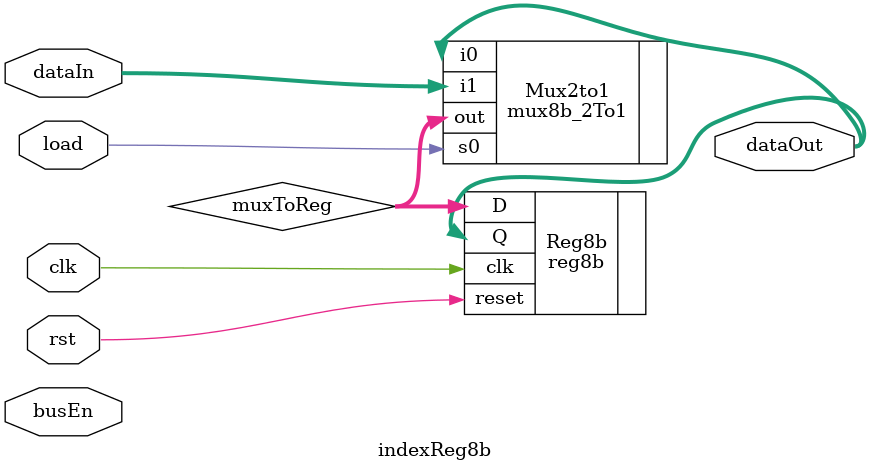
<source format=v>
`timescale 1ns / 1ps


module indexReg8b ( 
    input [7:0] dataIn, 
    input load, 
    input busEn, 
    input clk, 
    input rst,
    output [7:0] dataOut); 

wire [7:0] muxToReg;

mux8b_2To1 Mux2to1(
    .i0(dataOut), 
    .i1(dataIn), 
    .s0(load),
    .out(muxToReg)
);

reg8b Reg8b(
    .reset(rst),
    .clk(clk),
    .D(muxToReg),
    .Q(dataOut)
    );
    
endmodule

</source>
